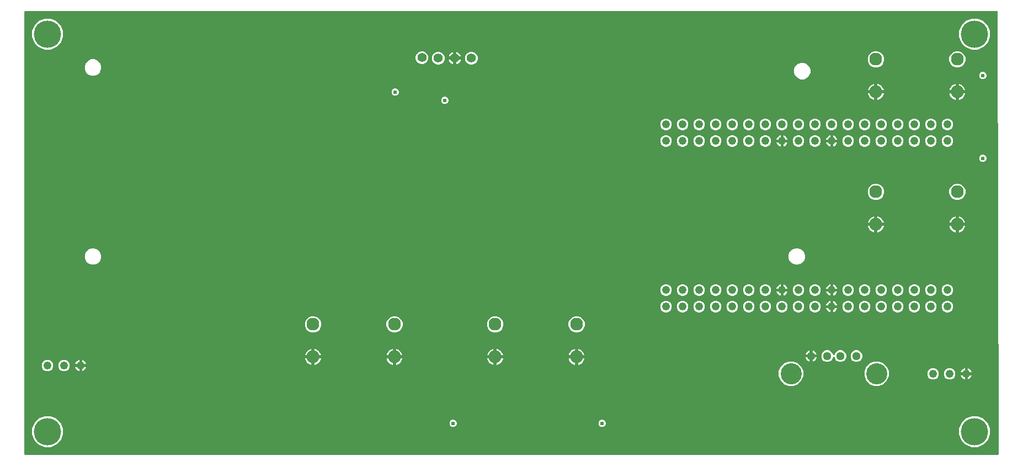
<source format=gbr>
G04 EAGLE Gerber RS-274X export*
G75*
%MOMM*%
%FSLAX34Y34*%
%LPD*%
%INCopper Layer 2*%
%IPPOS*%
%AMOC8*
5,1,8,0,0,1.08239X$1,22.5*%
G01*
%ADD10C,1.422400*%
%ADD11C,1.244600*%
%ADD12C,1.960000*%
%ADD13C,1.280163*%
%ADD14C,3.235963*%
%ADD15C,4.191000*%
%ADD16C,0.609600*%

G36*
X1496302Y2556D02*
X1496302Y2556D01*
X1496422Y2564D01*
X1496459Y2576D01*
X1496498Y2581D01*
X1496609Y2625D01*
X1496724Y2662D01*
X1496757Y2683D01*
X1496793Y2698D01*
X1496891Y2768D01*
X1496992Y2833D01*
X1497019Y2861D01*
X1497051Y2884D01*
X1497128Y2977D01*
X1497210Y3065D01*
X1497229Y3099D01*
X1497254Y3129D01*
X1497305Y3238D01*
X1497363Y3344D01*
X1497373Y3382D01*
X1497389Y3417D01*
X1497412Y3535D01*
X1497442Y3652D01*
X1497445Y3710D01*
X1497449Y3729D01*
X1497448Y3750D01*
X1497451Y3813D01*
X1496067Y681993D01*
X1496052Y682109D01*
X1496045Y682227D01*
X1496032Y682267D01*
X1496027Y682308D01*
X1495983Y682417D01*
X1495947Y682529D01*
X1495924Y682565D01*
X1495909Y682604D01*
X1495840Y682699D01*
X1495777Y682798D01*
X1495746Y682827D01*
X1495722Y682860D01*
X1495631Y682935D01*
X1495545Y683016D01*
X1495508Y683036D01*
X1495476Y683063D01*
X1495370Y683113D01*
X1495266Y683170D01*
X1495226Y683180D01*
X1495188Y683198D01*
X1495072Y683220D01*
X1494958Y683249D01*
X1494896Y683253D01*
X1494876Y683257D01*
X1494856Y683256D01*
X1494798Y683259D01*
X3810Y683259D01*
X3692Y683244D01*
X3573Y683237D01*
X3535Y683224D01*
X3494Y683219D01*
X3384Y683176D01*
X3271Y683139D01*
X3236Y683117D01*
X3199Y683102D01*
X3103Y683033D01*
X3002Y682969D01*
X2974Y682939D01*
X2941Y682916D01*
X2865Y682824D01*
X2784Y682737D01*
X2764Y682702D01*
X2739Y682671D01*
X2688Y682563D01*
X2630Y682459D01*
X2620Y682419D01*
X2603Y682383D01*
X2581Y682266D01*
X2551Y682151D01*
X2547Y682091D01*
X2543Y682071D01*
X2545Y682050D01*
X2541Y681990D01*
X2541Y3810D01*
X2556Y3692D01*
X2563Y3573D01*
X2576Y3535D01*
X2581Y3494D01*
X2624Y3384D01*
X2661Y3271D01*
X2683Y3236D01*
X2698Y3199D01*
X2767Y3103D01*
X2831Y3002D01*
X2861Y2974D01*
X2884Y2941D01*
X2976Y2865D01*
X3063Y2784D01*
X3098Y2764D01*
X3129Y2739D01*
X3237Y2688D01*
X3341Y2630D01*
X3381Y2620D01*
X3417Y2603D01*
X3534Y2581D01*
X3649Y2551D01*
X3709Y2547D01*
X3729Y2543D01*
X3750Y2545D01*
X3810Y2541D01*
X1496182Y2541D01*
X1496302Y2556D01*
G37*
%LPC*%
G36*
X1455826Y624204D02*
X1455826Y624204D01*
X1447191Y627781D01*
X1440581Y634391D01*
X1437004Y643026D01*
X1437004Y652374D01*
X1440581Y661009D01*
X1447191Y667619D01*
X1455826Y671196D01*
X1465174Y671196D01*
X1473809Y667619D01*
X1480419Y661009D01*
X1483996Y652374D01*
X1483996Y643026D01*
X1480419Y634391D01*
X1473809Y627781D01*
X1465174Y624204D01*
X1455826Y624204D01*
G37*
%LPD*%
%LPC*%
G36*
X33426Y624204D02*
X33426Y624204D01*
X24791Y627781D01*
X18181Y634391D01*
X14604Y643026D01*
X14604Y652374D01*
X18181Y661009D01*
X24791Y667619D01*
X33426Y671196D01*
X42774Y671196D01*
X51409Y667619D01*
X58019Y661009D01*
X61596Y652374D01*
X61596Y643026D01*
X58019Y634391D01*
X51409Y627781D01*
X42774Y624204D01*
X33426Y624204D01*
G37*
%LPD*%
%LPC*%
G36*
X1455826Y14604D02*
X1455826Y14604D01*
X1447191Y18181D01*
X1440581Y24791D01*
X1437004Y33426D01*
X1437004Y42774D01*
X1440581Y51409D01*
X1447191Y58019D01*
X1455826Y61596D01*
X1465174Y61596D01*
X1473809Y58019D01*
X1480419Y51409D01*
X1483996Y42774D01*
X1483996Y33426D01*
X1480419Y24791D01*
X1473809Y18181D01*
X1465174Y14604D01*
X1455826Y14604D01*
G37*
%LPD*%
%LPC*%
G36*
X33426Y14604D02*
X33426Y14604D01*
X24791Y18181D01*
X18181Y24791D01*
X14604Y33426D01*
X14604Y42774D01*
X18181Y51409D01*
X24791Y58019D01*
X33426Y61596D01*
X42774Y61596D01*
X51409Y58019D01*
X58019Y51409D01*
X61596Y42774D01*
X61596Y33426D01*
X58019Y24791D01*
X51409Y18181D01*
X42774Y14604D01*
X33426Y14604D01*
G37*
%LPD*%
%LPC*%
G36*
X1306535Y108279D02*
X1306535Y108279D01*
X1299655Y111129D01*
X1294388Y116396D01*
X1291538Y123276D01*
X1291538Y130724D01*
X1294388Y137604D01*
X1299655Y142871D01*
X1306535Y145721D01*
X1313983Y145721D01*
X1320863Y142871D01*
X1326130Y137604D01*
X1328980Y130724D01*
X1328980Y123276D01*
X1326130Y116396D01*
X1320863Y111129D01*
X1313983Y108279D01*
X1306535Y108279D01*
G37*
%LPD*%
%LPC*%
G36*
X1175217Y108279D02*
X1175217Y108279D01*
X1168337Y111129D01*
X1163070Y116396D01*
X1160220Y123276D01*
X1160220Y130724D01*
X1163070Y137604D01*
X1168337Y142871D01*
X1175217Y145721D01*
X1182665Y145721D01*
X1189545Y142871D01*
X1194812Y137604D01*
X1197662Y130724D01*
X1197662Y123276D01*
X1194812Y116396D01*
X1189545Y111129D01*
X1182665Y108279D01*
X1175217Y108279D01*
G37*
%LPD*%
%LPC*%
G36*
X1232788Y145236D02*
X1232788Y145236D01*
X1229502Y146598D01*
X1226987Y149113D01*
X1225625Y152399D01*
X1225625Y155957D01*
X1226987Y159243D01*
X1229502Y161758D01*
X1232788Y163120D01*
X1236346Y163120D01*
X1239632Y161758D01*
X1242147Y159243D01*
X1243427Y156153D01*
X1243496Y156032D01*
X1243561Y155909D01*
X1243575Y155894D01*
X1243585Y155876D01*
X1243681Y155777D01*
X1243775Y155674D01*
X1243792Y155662D01*
X1243806Y155648D01*
X1243925Y155575D01*
X1244041Y155499D01*
X1244060Y155492D01*
X1244077Y155482D01*
X1244210Y155441D01*
X1244342Y155396D01*
X1244362Y155394D01*
X1244381Y155388D01*
X1244520Y155381D01*
X1244659Y155370D01*
X1244679Y155374D01*
X1244699Y155373D01*
X1244834Y155401D01*
X1244972Y155425D01*
X1244991Y155433D01*
X1245010Y155437D01*
X1245135Y155498D01*
X1245262Y155555D01*
X1245278Y155568D01*
X1245296Y155577D01*
X1245402Y155667D01*
X1245510Y155754D01*
X1245523Y155770D01*
X1245538Y155783D01*
X1245618Y155897D01*
X1245702Y156008D01*
X1245714Y156033D01*
X1245721Y156043D01*
X1245728Y156062D01*
X1245773Y156153D01*
X1247053Y159243D01*
X1249568Y161758D01*
X1252854Y163120D01*
X1256412Y163120D01*
X1259698Y161758D01*
X1262213Y159243D01*
X1263575Y155957D01*
X1263575Y152399D01*
X1262213Y149113D01*
X1259698Y146598D01*
X1256412Y145236D01*
X1252854Y145236D01*
X1249568Y146598D01*
X1247053Y149113D01*
X1245773Y152203D01*
X1245704Y152324D01*
X1245639Y152447D01*
X1245625Y152462D01*
X1245615Y152480D01*
X1245518Y152580D01*
X1245425Y152682D01*
X1245408Y152694D01*
X1245394Y152708D01*
X1245276Y152781D01*
X1245159Y152857D01*
X1245140Y152864D01*
X1245123Y152874D01*
X1244990Y152915D01*
X1244858Y152960D01*
X1244838Y152962D01*
X1244819Y152968D01*
X1244680Y152975D01*
X1244541Y152986D01*
X1244521Y152982D01*
X1244501Y152983D01*
X1244365Y152955D01*
X1244228Y152931D01*
X1244210Y152923D01*
X1244190Y152919D01*
X1244064Y152858D01*
X1243938Y152801D01*
X1243922Y152788D01*
X1243904Y152779D01*
X1243798Y152688D01*
X1243690Y152602D01*
X1243677Y152586D01*
X1243662Y152573D01*
X1243582Y152459D01*
X1243498Y152348D01*
X1243486Y152323D01*
X1243479Y152313D01*
X1243472Y152293D01*
X1243427Y152203D01*
X1242147Y149113D01*
X1239632Y146598D01*
X1236346Y145236D01*
X1232788Y145236D01*
G37*
%LPD*%
%LPC*%
G36*
X105205Y294159D02*
X105205Y294159D01*
X100596Y296068D01*
X97068Y299596D01*
X95159Y304205D01*
X95159Y309195D01*
X97068Y313804D01*
X100596Y317332D01*
X105205Y319241D01*
X110195Y319241D01*
X114804Y317332D01*
X118332Y313804D01*
X120241Y309195D01*
X120241Y304205D01*
X118332Y299596D01*
X114804Y296068D01*
X110195Y294159D01*
X105205Y294159D01*
G37*
%LPD*%
%LPC*%
G36*
X1193645Y578459D02*
X1193645Y578459D01*
X1189036Y580368D01*
X1185508Y583896D01*
X1183599Y588505D01*
X1183599Y593495D01*
X1185508Y598104D01*
X1189036Y601632D01*
X1193645Y603541D01*
X1198635Y603541D01*
X1203244Y601632D01*
X1206772Y598104D01*
X1208681Y593495D01*
X1208681Y588505D01*
X1206772Y583896D01*
X1203244Y580368D01*
X1198635Y578459D01*
X1193645Y578459D01*
G37*
%LPD*%
%LPC*%
G36*
X1185205Y294159D02*
X1185205Y294159D01*
X1180596Y296068D01*
X1177068Y299596D01*
X1175159Y304205D01*
X1175159Y309195D01*
X1177068Y313804D01*
X1180596Y317332D01*
X1185205Y319241D01*
X1190195Y319241D01*
X1194804Y317332D01*
X1198332Y313804D01*
X1200241Y309195D01*
X1200241Y304205D01*
X1198332Y299596D01*
X1194804Y296068D01*
X1190195Y294159D01*
X1185205Y294159D01*
G37*
%LPD*%
%LPC*%
G36*
X105205Y584159D02*
X105205Y584159D01*
X100596Y586068D01*
X97068Y589596D01*
X95159Y594205D01*
X95159Y599195D01*
X97068Y603804D01*
X100596Y607332D01*
X105205Y609241D01*
X110195Y609241D01*
X114804Y607332D01*
X118332Y603804D01*
X120241Y599195D01*
X120241Y594205D01*
X118332Y589596D01*
X114804Y586068D01*
X110195Y584159D01*
X105205Y584159D01*
G37*
%LPD*%
%LPC*%
G36*
X1431645Y596859D02*
X1431645Y596859D01*
X1427110Y598738D01*
X1423638Y602210D01*
X1421759Y606745D01*
X1421759Y611655D01*
X1423638Y616190D01*
X1427110Y619662D01*
X1431645Y621541D01*
X1436555Y621541D01*
X1441090Y619662D01*
X1444562Y616190D01*
X1446441Y611655D01*
X1446441Y606745D01*
X1444562Y602210D01*
X1441090Y598738D01*
X1436555Y596859D01*
X1431645Y596859D01*
G37*
%LPD*%
%LPC*%
G36*
X1431645Y393659D02*
X1431645Y393659D01*
X1427110Y395538D01*
X1423638Y399010D01*
X1421759Y403545D01*
X1421759Y408455D01*
X1423638Y412990D01*
X1427110Y416462D01*
X1431645Y418341D01*
X1436555Y418341D01*
X1441090Y416462D01*
X1444562Y412990D01*
X1446441Y408455D01*
X1446441Y403545D01*
X1444562Y399010D01*
X1441090Y395538D01*
X1436555Y393659D01*
X1431645Y393659D01*
G37*
%LPD*%
%LPC*%
G36*
X1306645Y596859D02*
X1306645Y596859D01*
X1302110Y598738D01*
X1298638Y602210D01*
X1296759Y606745D01*
X1296759Y611655D01*
X1298638Y616190D01*
X1302110Y619662D01*
X1306645Y621541D01*
X1311555Y621541D01*
X1316090Y619662D01*
X1319562Y616190D01*
X1321441Y611655D01*
X1321441Y606745D01*
X1319562Y602210D01*
X1316090Y598738D01*
X1311555Y596859D01*
X1306645Y596859D01*
G37*
%LPD*%
%LPC*%
G36*
X1306645Y393659D02*
X1306645Y393659D01*
X1302110Y395538D01*
X1298638Y399010D01*
X1296759Y403545D01*
X1296759Y408455D01*
X1298638Y412990D01*
X1302110Y416462D01*
X1306645Y418341D01*
X1311555Y418341D01*
X1316090Y416462D01*
X1319562Y412990D01*
X1321441Y408455D01*
X1321441Y403545D01*
X1319562Y399010D01*
X1316090Y395538D01*
X1311555Y393659D01*
X1306645Y393659D01*
G37*
%LPD*%
%LPC*%
G36*
X722445Y190459D02*
X722445Y190459D01*
X717910Y192338D01*
X714438Y195810D01*
X712559Y200345D01*
X712559Y205255D01*
X714438Y209790D01*
X717910Y213262D01*
X722445Y215141D01*
X727355Y215141D01*
X731890Y213262D01*
X735362Y209790D01*
X737241Y205255D01*
X737241Y200345D01*
X735362Y195810D01*
X731890Y192338D01*
X727355Y190459D01*
X722445Y190459D01*
G37*
%LPD*%
%LPC*%
G36*
X847445Y190459D02*
X847445Y190459D01*
X842910Y192338D01*
X839438Y195810D01*
X837559Y200345D01*
X837559Y205255D01*
X839438Y209790D01*
X842910Y213262D01*
X847445Y215141D01*
X852355Y215141D01*
X856890Y213262D01*
X860362Y209790D01*
X862241Y205255D01*
X862241Y200345D01*
X860362Y195810D01*
X856890Y192338D01*
X852355Y190459D01*
X847445Y190459D01*
G37*
%LPD*%
%LPC*%
G36*
X443045Y190459D02*
X443045Y190459D01*
X438510Y192338D01*
X435038Y195810D01*
X433159Y200345D01*
X433159Y205255D01*
X435038Y209790D01*
X438510Y213262D01*
X443045Y215141D01*
X447955Y215141D01*
X452490Y213262D01*
X455962Y209790D01*
X457841Y205255D01*
X457841Y200345D01*
X455962Y195810D01*
X452490Y192338D01*
X447955Y190459D01*
X443045Y190459D01*
G37*
%LPD*%
%LPC*%
G36*
X568045Y190459D02*
X568045Y190459D01*
X563510Y192338D01*
X560038Y195810D01*
X558159Y200345D01*
X558159Y205255D01*
X560038Y209790D01*
X563510Y213262D01*
X568045Y215141D01*
X572955Y215141D01*
X577490Y213262D01*
X580962Y209790D01*
X582841Y205255D01*
X582841Y200345D01*
X580962Y195810D01*
X577490Y192338D01*
X572955Y190459D01*
X568045Y190459D01*
G37*
%LPD*%
%LPC*%
G36*
X686420Y601347D02*
X686420Y601347D01*
X682872Y602817D01*
X680157Y605532D01*
X678687Y609080D01*
X678687Y612920D01*
X680157Y616468D01*
X682872Y619183D01*
X686420Y620653D01*
X690260Y620653D01*
X693808Y619183D01*
X696523Y616468D01*
X697993Y612920D01*
X697993Y609080D01*
X696523Y605532D01*
X693808Y602817D01*
X690260Y601347D01*
X686420Y601347D01*
G37*
%LPD*%
%LPC*%
G36*
X610780Y602047D02*
X610780Y602047D01*
X607232Y603517D01*
X604517Y606232D01*
X603047Y609780D01*
X603047Y613620D01*
X604517Y617168D01*
X607232Y619883D01*
X610780Y621353D01*
X614620Y621353D01*
X618168Y619883D01*
X620883Y617168D01*
X622353Y613620D01*
X622353Y609780D01*
X620883Y606232D01*
X618168Y603517D01*
X614620Y602047D01*
X610780Y602047D01*
G37*
%LPD*%
%LPC*%
G36*
X635620Y601347D02*
X635620Y601347D01*
X632072Y602817D01*
X629357Y605532D01*
X627887Y609080D01*
X627887Y612920D01*
X629357Y616468D01*
X632072Y619183D01*
X635620Y620653D01*
X639460Y620653D01*
X643008Y619183D01*
X645723Y616468D01*
X647193Y612920D01*
X647193Y609080D01*
X645723Y605532D01*
X643008Y602817D01*
X639460Y601347D01*
X635620Y601347D01*
G37*
%LPD*%
%LPC*%
G36*
X1277746Y145236D02*
X1277746Y145236D01*
X1274460Y146598D01*
X1271945Y149113D01*
X1270583Y152399D01*
X1270583Y155957D01*
X1271945Y159243D01*
X1274460Y161758D01*
X1277746Y163120D01*
X1281304Y163120D01*
X1284590Y161758D01*
X1287105Y159243D01*
X1288467Y155957D01*
X1288467Y152399D01*
X1287105Y149113D01*
X1284590Y146598D01*
X1281304Y145236D01*
X1277746Y145236D01*
G37*
%LPD*%
%LPC*%
G36*
X1366457Y246536D02*
X1366457Y246536D01*
X1363236Y247870D01*
X1360770Y250336D01*
X1359436Y253557D01*
X1359436Y257043D01*
X1360770Y260264D01*
X1363236Y262730D01*
X1366457Y264064D01*
X1369943Y264064D01*
X1373164Y262730D01*
X1375630Y260264D01*
X1376964Y257043D01*
X1376964Y253557D01*
X1375630Y250336D01*
X1373164Y247870D01*
X1369943Y246536D01*
X1366457Y246536D01*
G37*
%LPD*%
%LPC*%
G36*
X1417257Y221136D02*
X1417257Y221136D01*
X1414036Y222470D01*
X1411570Y224936D01*
X1410236Y228157D01*
X1410236Y231643D01*
X1411570Y234864D01*
X1414036Y237330D01*
X1417257Y238664D01*
X1420743Y238664D01*
X1423964Y237330D01*
X1426430Y234864D01*
X1427764Y231643D01*
X1427764Y228157D01*
X1426430Y224936D01*
X1423964Y222470D01*
X1420743Y221136D01*
X1417257Y221136D01*
G37*
%LPD*%
%LPC*%
G36*
X1391857Y221136D02*
X1391857Y221136D01*
X1388636Y222470D01*
X1386170Y224936D01*
X1384836Y228157D01*
X1384836Y231643D01*
X1386170Y234864D01*
X1388636Y237330D01*
X1391857Y238664D01*
X1395343Y238664D01*
X1398564Y237330D01*
X1401030Y234864D01*
X1402364Y231643D01*
X1402364Y228157D01*
X1401030Y224936D01*
X1398564Y222470D01*
X1395343Y221136D01*
X1391857Y221136D01*
G37*
%LPD*%
%LPC*%
G36*
X1366457Y221136D02*
X1366457Y221136D01*
X1363236Y222470D01*
X1360770Y224936D01*
X1359436Y228157D01*
X1359436Y231643D01*
X1360770Y234864D01*
X1363236Y237330D01*
X1366457Y238664D01*
X1369943Y238664D01*
X1373164Y237330D01*
X1375630Y234864D01*
X1376964Y231643D01*
X1376964Y228157D01*
X1375630Y224936D01*
X1373164Y222470D01*
X1369943Y221136D01*
X1366457Y221136D01*
G37*
%LPD*%
%LPC*%
G36*
X1112457Y500536D02*
X1112457Y500536D01*
X1109236Y501870D01*
X1106770Y504336D01*
X1105436Y507557D01*
X1105436Y511043D01*
X1106770Y514264D01*
X1109236Y516730D01*
X1112457Y518064D01*
X1115943Y518064D01*
X1119164Y516730D01*
X1121630Y514264D01*
X1122964Y511043D01*
X1122964Y507557D01*
X1121630Y504336D01*
X1119164Y501870D01*
X1115943Y500536D01*
X1112457Y500536D01*
G37*
%LPD*%
%LPC*%
G36*
X1087057Y500536D02*
X1087057Y500536D01*
X1083836Y501870D01*
X1081370Y504336D01*
X1080036Y507557D01*
X1080036Y511043D01*
X1081370Y514264D01*
X1083836Y516730D01*
X1087057Y518064D01*
X1090543Y518064D01*
X1093764Y516730D01*
X1096230Y514264D01*
X1097564Y511043D01*
X1097564Y507557D01*
X1096230Y504336D01*
X1093764Y501870D01*
X1090543Y500536D01*
X1087057Y500536D01*
G37*
%LPD*%
%LPC*%
G36*
X1417257Y500536D02*
X1417257Y500536D01*
X1414036Y501870D01*
X1411570Y504336D01*
X1410236Y507557D01*
X1410236Y511043D01*
X1411570Y514264D01*
X1414036Y516730D01*
X1417257Y518064D01*
X1420743Y518064D01*
X1423964Y516730D01*
X1426430Y514264D01*
X1427764Y511043D01*
X1427764Y507557D01*
X1426430Y504336D01*
X1423964Y501870D01*
X1420743Y500536D01*
X1417257Y500536D01*
G37*
%LPD*%
%LPC*%
G36*
X1391857Y500536D02*
X1391857Y500536D01*
X1388636Y501870D01*
X1386170Y504336D01*
X1384836Y507557D01*
X1384836Y511043D01*
X1386170Y514264D01*
X1388636Y516730D01*
X1391857Y518064D01*
X1395343Y518064D01*
X1398564Y516730D01*
X1401030Y514264D01*
X1402364Y511043D01*
X1402364Y507557D01*
X1401030Y504336D01*
X1398564Y501870D01*
X1395343Y500536D01*
X1391857Y500536D01*
G37*
%LPD*%
%LPC*%
G36*
X1366457Y500536D02*
X1366457Y500536D01*
X1363236Y501870D01*
X1360770Y504336D01*
X1359436Y507557D01*
X1359436Y511043D01*
X1360770Y514264D01*
X1363236Y516730D01*
X1366457Y518064D01*
X1369943Y518064D01*
X1373164Y516730D01*
X1375630Y514264D01*
X1376964Y511043D01*
X1376964Y507557D01*
X1375630Y504336D01*
X1373164Y501870D01*
X1369943Y500536D01*
X1366457Y500536D01*
G37*
%LPD*%
%LPC*%
G36*
X1341057Y500536D02*
X1341057Y500536D01*
X1337836Y501870D01*
X1335370Y504336D01*
X1334036Y507557D01*
X1334036Y511043D01*
X1335370Y514264D01*
X1337836Y516730D01*
X1341057Y518064D01*
X1344543Y518064D01*
X1347764Y516730D01*
X1350230Y514264D01*
X1351564Y511043D01*
X1351564Y507557D01*
X1350230Y504336D01*
X1347764Y501870D01*
X1344543Y500536D01*
X1341057Y500536D01*
G37*
%LPD*%
%LPC*%
G36*
X1315657Y500536D02*
X1315657Y500536D01*
X1312436Y501870D01*
X1309970Y504336D01*
X1308636Y507557D01*
X1308636Y511043D01*
X1309970Y514264D01*
X1312436Y516730D01*
X1315657Y518064D01*
X1319143Y518064D01*
X1322364Y516730D01*
X1324830Y514264D01*
X1326164Y511043D01*
X1326164Y507557D01*
X1324830Y504336D01*
X1322364Y501870D01*
X1319143Y500536D01*
X1315657Y500536D01*
G37*
%LPD*%
%LPC*%
G36*
X1290257Y500536D02*
X1290257Y500536D01*
X1287036Y501870D01*
X1284570Y504336D01*
X1283236Y507557D01*
X1283236Y511043D01*
X1284570Y514264D01*
X1287036Y516730D01*
X1290257Y518064D01*
X1293743Y518064D01*
X1296964Y516730D01*
X1299430Y514264D01*
X1300764Y511043D01*
X1300764Y507557D01*
X1299430Y504336D01*
X1296964Y501870D01*
X1293743Y500536D01*
X1290257Y500536D01*
G37*
%LPD*%
%LPC*%
G36*
X1264857Y500536D02*
X1264857Y500536D01*
X1261636Y501870D01*
X1259170Y504336D01*
X1257836Y507557D01*
X1257836Y511043D01*
X1259170Y514264D01*
X1261636Y516730D01*
X1264857Y518064D01*
X1268343Y518064D01*
X1271564Y516730D01*
X1274030Y514264D01*
X1275364Y511043D01*
X1275364Y507557D01*
X1274030Y504336D01*
X1271564Y501870D01*
X1268343Y500536D01*
X1264857Y500536D01*
G37*
%LPD*%
%LPC*%
G36*
X1239457Y500536D02*
X1239457Y500536D01*
X1236236Y501870D01*
X1233770Y504336D01*
X1232436Y507557D01*
X1232436Y511043D01*
X1233770Y514264D01*
X1236236Y516730D01*
X1239457Y518064D01*
X1242943Y518064D01*
X1246164Y516730D01*
X1248630Y514264D01*
X1249964Y511043D01*
X1249964Y507557D01*
X1248630Y504336D01*
X1246164Y501870D01*
X1242943Y500536D01*
X1239457Y500536D01*
G37*
%LPD*%
%LPC*%
G36*
X1214057Y500536D02*
X1214057Y500536D01*
X1210836Y501870D01*
X1208370Y504336D01*
X1207036Y507557D01*
X1207036Y511043D01*
X1208370Y514264D01*
X1210836Y516730D01*
X1214057Y518064D01*
X1217543Y518064D01*
X1220764Y516730D01*
X1223230Y514264D01*
X1224564Y511043D01*
X1224564Y507557D01*
X1223230Y504336D01*
X1220764Y501870D01*
X1217543Y500536D01*
X1214057Y500536D01*
G37*
%LPD*%
%LPC*%
G36*
X1188657Y500536D02*
X1188657Y500536D01*
X1185436Y501870D01*
X1182970Y504336D01*
X1181636Y507557D01*
X1181636Y511043D01*
X1182970Y514264D01*
X1185436Y516730D01*
X1188657Y518064D01*
X1192143Y518064D01*
X1195364Y516730D01*
X1197830Y514264D01*
X1199164Y511043D01*
X1199164Y507557D01*
X1197830Y504336D01*
X1195364Y501870D01*
X1192143Y500536D01*
X1188657Y500536D01*
G37*
%LPD*%
%LPC*%
G36*
X1163257Y500536D02*
X1163257Y500536D01*
X1160036Y501870D01*
X1157570Y504336D01*
X1156236Y507557D01*
X1156236Y511043D01*
X1157570Y514264D01*
X1160036Y516730D01*
X1163257Y518064D01*
X1166743Y518064D01*
X1169964Y516730D01*
X1172430Y514264D01*
X1173764Y511043D01*
X1173764Y507557D01*
X1172430Y504336D01*
X1169964Y501870D01*
X1166743Y500536D01*
X1163257Y500536D01*
G37*
%LPD*%
%LPC*%
G36*
X1137857Y500536D02*
X1137857Y500536D01*
X1134636Y501870D01*
X1132170Y504336D01*
X1130836Y507557D01*
X1130836Y511043D01*
X1132170Y514264D01*
X1134636Y516730D01*
X1137857Y518064D01*
X1141343Y518064D01*
X1144564Y516730D01*
X1147030Y514264D01*
X1148364Y511043D01*
X1148364Y507557D01*
X1147030Y504336D01*
X1144564Y501870D01*
X1141343Y500536D01*
X1137857Y500536D01*
G37*
%LPD*%
%LPC*%
G36*
X1010857Y500536D02*
X1010857Y500536D01*
X1007636Y501870D01*
X1005170Y504336D01*
X1003836Y507557D01*
X1003836Y511043D01*
X1005170Y514264D01*
X1007636Y516730D01*
X1010857Y518064D01*
X1014343Y518064D01*
X1017564Y516730D01*
X1020030Y514264D01*
X1021364Y511043D01*
X1021364Y507557D01*
X1020030Y504336D01*
X1017564Y501870D01*
X1014343Y500536D01*
X1010857Y500536D01*
G37*
%LPD*%
%LPC*%
G36*
X985457Y500536D02*
X985457Y500536D01*
X982236Y501870D01*
X979770Y504336D01*
X978436Y507557D01*
X978436Y511043D01*
X979770Y514264D01*
X982236Y516730D01*
X985457Y518064D01*
X988943Y518064D01*
X992164Y516730D01*
X994630Y514264D01*
X995964Y511043D01*
X995964Y507557D01*
X994630Y504336D01*
X992164Y501870D01*
X988943Y500536D01*
X985457Y500536D01*
G37*
%LPD*%
%LPC*%
G36*
X1061657Y500536D02*
X1061657Y500536D01*
X1058436Y501870D01*
X1055970Y504336D01*
X1054636Y507557D01*
X1054636Y511043D01*
X1055970Y514264D01*
X1058436Y516730D01*
X1061657Y518064D01*
X1065143Y518064D01*
X1068364Y516730D01*
X1070830Y514264D01*
X1072164Y511043D01*
X1072164Y507557D01*
X1070830Y504336D01*
X1068364Y501870D01*
X1065143Y500536D01*
X1061657Y500536D01*
G37*
%LPD*%
%LPC*%
G36*
X1036257Y500536D02*
X1036257Y500536D01*
X1033036Y501870D01*
X1030570Y504336D01*
X1029236Y507557D01*
X1029236Y511043D01*
X1030570Y514264D01*
X1033036Y516730D01*
X1036257Y518064D01*
X1039743Y518064D01*
X1042964Y516730D01*
X1045430Y514264D01*
X1046764Y511043D01*
X1046764Y507557D01*
X1045430Y504336D01*
X1042964Y501870D01*
X1039743Y500536D01*
X1036257Y500536D01*
G37*
%LPD*%
%LPC*%
G36*
X1137857Y475136D02*
X1137857Y475136D01*
X1134636Y476470D01*
X1132170Y478936D01*
X1130836Y482157D01*
X1130836Y485643D01*
X1132170Y488864D01*
X1134636Y491330D01*
X1137857Y492664D01*
X1141343Y492664D01*
X1144564Y491330D01*
X1147030Y488864D01*
X1148364Y485643D01*
X1148364Y482157D01*
X1147030Y478936D01*
X1144564Y476470D01*
X1141343Y475136D01*
X1137857Y475136D01*
G37*
%LPD*%
%LPC*%
G36*
X1112457Y475136D02*
X1112457Y475136D01*
X1109236Y476470D01*
X1106770Y478936D01*
X1105436Y482157D01*
X1105436Y485643D01*
X1106770Y488864D01*
X1109236Y491330D01*
X1112457Y492664D01*
X1115943Y492664D01*
X1119164Y491330D01*
X1121630Y488864D01*
X1122964Y485643D01*
X1122964Y482157D01*
X1121630Y478936D01*
X1119164Y476470D01*
X1115943Y475136D01*
X1112457Y475136D01*
G37*
%LPD*%
%LPC*%
G36*
X1417257Y475136D02*
X1417257Y475136D01*
X1414036Y476470D01*
X1411570Y478936D01*
X1410236Y482157D01*
X1410236Y485643D01*
X1411570Y488864D01*
X1414036Y491330D01*
X1417257Y492664D01*
X1420743Y492664D01*
X1423964Y491330D01*
X1426430Y488864D01*
X1427764Y485643D01*
X1427764Y482157D01*
X1426430Y478936D01*
X1423964Y476470D01*
X1420743Y475136D01*
X1417257Y475136D01*
G37*
%LPD*%
%LPC*%
G36*
X1391857Y475136D02*
X1391857Y475136D01*
X1388636Y476470D01*
X1386170Y478936D01*
X1384836Y482157D01*
X1384836Y485643D01*
X1386170Y488864D01*
X1388636Y491330D01*
X1391857Y492664D01*
X1395343Y492664D01*
X1398564Y491330D01*
X1401030Y488864D01*
X1402364Y485643D01*
X1402364Y482157D01*
X1401030Y478936D01*
X1398564Y476470D01*
X1395343Y475136D01*
X1391857Y475136D01*
G37*
%LPD*%
%LPC*%
G36*
X1366457Y475136D02*
X1366457Y475136D01*
X1363236Y476470D01*
X1360770Y478936D01*
X1359436Y482157D01*
X1359436Y485643D01*
X1360770Y488864D01*
X1363236Y491330D01*
X1366457Y492664D01*
X1369943Y492664D01*
X1373164Y491330D01*
X1375630Y488864D01*
X1376964Y485643D01*
X1376964Y482157D01*
X1375630Y478936D01*
X1373164Y476470D01*
X1369943Y475136D01*
X1366457Y475136D01*
G37*
%LPD*%
%LPC*%
G36*
X1341057Y475136D02*
X1341057Y475136D01*
X1337836Y476470D01*
X1335370Y478936D01*
X1334036Y482157D01*
X1334036Y485643D01*
X1335370Y488864D01*
X1337836Y491330D01*
X1341057Y492664D01*
X1344543Y492664D01*
X1347764Y491330D01*
X1350230Y488864D01*
X1351564Y485643D01*
X1351564Y482157D01*
X1350230Y478936D01*
X1347764Y476470D01*
X1344543Y475136D01*
X1341057Y475136D01*
G37*
%LPD*%
%LPC*%
G36*
X1315657Y475136D02*
X1315657Y475136D01*
X1312436Y476470D01*
X1309970Y478936D01*
X1308636Y482157D01*
X1308636Y485643D01*
X1309970Y488864D01*
X1312436Y491330D01*
X1315657Y492664D01*
X1319143Y492664D01*
X1322364Y491330D01*
X1324830Y488864D01*
X1326164Y485643D01*
X1326164Y482157D01*
X1324830Y478936D01*
X1322364Y476470D01*
X1319143Y475136D01*
X1315657Y475136D01*
G37*
%LPD*%
%LPC*%
G36*
X1290257Y475136D02*
X1290257Y475136D01*
X1287036Y476470D01*
X1284570Y478936D01*
X1283236Y482157D01*
X1283236Y485643D01*
X1284570Y488864D01*
X1287036Y491330D01*
X1290257Y492664D01*
X1293743Y492664D01*
X1296964Y491330D01*
X1299430Y488864D01*
X1300764Y485643D01*
X1300764Y482157D01*
X1299430Y478936D01*
X1296964Y476470D01*
X1293743Y475136D01*
X1290257Y475136D01*
G37*
%LPD*%
%LPC*%
G36*
X1264857Y475136D02*
X1264857Y475136D01*
X1261636Y476470D01*
X1259170Y478936D01*
X1257836Y482157D01*
X1257836Y485643D01*
X1259170Y488864D01*
X1261636Y491330D01*
X1264857Y492664D01*
X1268343Y492664D01*
X1271564Y491330D01*
X1274030Y488864D01*
X1275364Y485643D01*
X1275364Y482157D01*
X1274030Y478936D01*
X1271564Y476470D01*
X1268343Y475136D01*
X1264857Y475136D01*
G37*
%LPD*%
%LPC*%
G36*
X1214057Y475136D02*
X1214057Y475136D01*
X1210836Y476470D01*
X1208370Y478936D01*
X1207036Y482157D01*
X1207036Y485643D01*
X1208370Y488864D01*
X1210836Y491330D01*
X1214057Y492664D01*
X1217543Y492664D01*
X1220764Y491330D01*
X1223230Y488864D01*
X1224564Y485643D01*
X1224564Y482157D01*
X1223230Y478936D01*
X1220764Y476470D01*
X1217543Y475136D01*
X1214057Y475136D01*
G37*
%LPD*%
%LPC*%
G36*
X1188657Y475136D02*
X1188657Y475136D01*
X1185436Y476470D01*
X1182970Y478936D01*
X1181636Y482157D01*
X1181636Y485643D01*
X1182970Y488864D01*
X1185436Y491330D01*
X1188657Y492664D01*
X1192143Y492664D01*
X1195364Y491330D01*
X1197830Y488864D01*
X1199164Y485643D01*
X1199164Y482157D01*
X1197830Y478936D01*
X1195364Y476470D01*
X1192143Y475136D01*
X1188657Y475136D01*
G37*
%LPD*%
%LPC*%
G36*
X1010857Y475136D02*
X1010857Y475136D01*
X1007636Y476470D01*
X1005170Y478936D01*
X1003836Y482157D01*
X1003836Y485643D01*
X1005170Y488864D01*
X1007636Y491330D01*
X1010857Y492664D01*
X1014343Y492664D01*
X1017564Y491330D01*
X1020030Y488864D01*
X1021364Y485643D01*
X1021364Y482157D01*
X1020030Y478936D01*
X1017564Y476470D01*
X1014343Y475136D01*
X1010857Y475136D01*
G37*
%LPD*%
%LPC*%
G36*
X985457Y475136D02*
X985457Y475136D01*
X982236Y476470D01*
X979770Y478936D01*
X978436Y482157D01*
X978436Y485643D01*
X979770Y488864D01*
X982236Y491330D01*
X985457Y492664D01*
X988943Y492664D01*
X992164Y491330D01*
X994630Y488864D01*
X995964Y485643D01*
X995964Y482157D01*
X994630Y478936D01*
X992164Y476470D01*
X988943Y475136D01*
X985457Y475136D01*
G37*
%LPD*%
%LPC*%
G36*
X1087057Y475136D02*
X1087057Y475136D01*
X1083836Y476470D01*
X1081370Y478936D01*
X1080036Y482157D01*
X1080036Y485643D01*
X1081370Y488864D01*
X1083836Y491330D01*
X1087057Y492664D01*
X1090543Y492664D01*
X1093764Y491330D01*
X1096230Y488864D01*
X1097564Y485643D01*
X1097564Y482157D01*
X1096230Y478936D01*
X1093764Y476470D01*
X1090543Y475136D01*
X1087057Y475136D01*
G37*
%LPD*%
%LPC*%
G36*
X1061657Y475136D02*
X1061657Y475136D01*
X1058436Y476470D01*
X1055970Y478936D01*
X1054636Y482157D01*
X1054636Y485643D01*
X1055970Y488864D01*
X1058436Y491330D01*
X1061657Y492664D01*
X1065143Y492664D01*
X1068364Y491330D01*
X1070830Y488864D01*
X1072164Y485643D01*
X1072164Y482157D01*
X1070830Y478936D01*
X1068364Y476470D01*
X1065143Y475136D01*
X1061657Y475136D01*
G37*
%LPD*%
%LPC*%
G36*
X1036257Y475136D02*
X1036257Y475136D01*
X1033036Y476470D01*
X1030570Y478936D01*
X1029236Y482157D01*
X1029236Y485643D01*
X1030570Y488864D01*
X1033036Y491330D01*
X1036257Y492664D01*
X1039743Y492664D01*
X1042964Y491330D01*
X1045430Y488864D01*
X1046764Y485643D01*
X1046764Y482157D01*
X1045430Y478936D01*
X1042964Y476470D01*
X1039743Y475136D01*
X1036257Y475136D01*
G37*
%LPD*%
%LPC*%
G36*
X1395257Y118236D02*
X1395257Y118236D01*
X1392036Y119570D01*
X1389570Y122036D01*
X1388236Y125257D01*
X1388236Y128743D01*
X1389570Y131964D01*
X1392036Y134430D01*
X1395257Y135764D01*
X1398743Y135764D01*
X1401964Y134430D01*
X1404430Y131964D01*
X1405764Y128743D01*
X1405764Y125257D01*
X1404430Y122036D01*
X1401964Y119570D01*
X1398743Y118236D01*
X1395257Y118236D01*
G37*
%LPD*%
%LPC*%
G36*
X1420657Y118236D02*
X1420657Y118236D01*
X1417436Y119570D01*
X1414970Y122036D01*
X1413636Y125257D01*
X1413636Y128743D01*
X1414970Y131964D01*
X1417436Y134430D01*
X1420657Y135764D01*
X1424143Y135764D01*
X1427364Y134430D01*
X1429830Y131964D01*
X1431164Y128743D01*
X1431164Y125257D01*
X1429830Y122036D01*
X1427364Y119570D01*
X1424143Y118236D01*
X1420657Y118236D01*
G37*
%LPD*%
%LPC*%
G36*
X36357Y130936D02*
X36357Y130936D01*
X33136Y132270D01*
X30670Y134736D01*
X29336Y137957D01*
X29336Y141443D01*
X30670Y144664D01*
X33136Y147130D01*
X36357Y148464D01*
X39843Y148464D01*
X43064Y147130D01*
X45530Y144664D01*
X46864Y141443D01*
X46864Y137957D01*
X45530Y134736D01*
X43064Y132270D01*
X39843Y130936D01*
X36357Y130936D01*
G37*
%LPD*%
%LPC*%
G36*
X61757Y130936D02*
X61757Y130936D01*
X58536Y132270D01*
X56070Y134736D01*
X54736Y137957D01*
X54736Y141443D01*
X56070Y144664D01*
X58536Y147130D01*
X61757Y148464D01*
X65243Y148464D01*
X68464Y147130D01*
X70930Y144664D01*
X72264Y141443D01*
X72264Y137957D01*
X70930Y134736D01*
X68464Y132270D01*
X65243Y130936D01*
X61757Y130936D01*
G37*
%LPD*%
%LPC*%
G36*
X1341057Y221136D02*
X1341057Y221136D01*
X1337836Y222470D01*
X1335370Y224936D01*
X1334036Y228157D01*
X1334036Y231643D01*
X1335370Y234864D01*
X1337836Y237330D01*
X1341057Y238664D01*
X1344543Y238664D01*
X1347764Y237330D01*
X1350230Y234864D01*
X1351564Y231643D01*
X1351564Y228157D01*
X1350230Y224936D01*
X1347764Y222470D01*
X1344543Y221136D01*
X1341057Y221136D01*
G37*
%LPD*%
%LPC*%
G36*
X1315657Y221136D02*
X1315657Y221136D01*
X1312436Y222470D01*
X1309970Y224936D01*
X1308636Y228157D01*
X1308636Y231643D01*
X1309970Y234864D01*
X1312436Y237330D01*
X1315657Y238664D01*
X1319143Y238664D01*
X1322364Y237330D01*
X1324830Y234864D01*
X1326164Y231643D01*
X1326164Y228157D01*
X1324830Y224936D01*
X1322364Y222470D01*
X1319143Y221136D01*
X1315657Y221136D01*
G37*
%LPD*%
%LPC*%
G36*
X1290257Y221136D02*
X1290257Y221136D01*
X1287036Y222470D01*
X1284570Y224936D01*
X1283236Y228157D01*
X1283236Y231643D01*
X1284570Y234864D01*
X1287036Y237330D01*
X1290257Y238664D01*
X1293743Y238664D01*
X1296964Y237330D01*
X1299430Y234864D01*
X1300764Y231643D01*
X1300764Y228157D01*
X1299430Y224936D01*
X1296964Y222470D01*
X1293743Y221136D01*
X1290257Y221136D01*
G37*
%LPD*%
%LPC*%
G36*
X1264857Y221136D02*
X1264857Y221136D01*
X1261636Y222470D01*
X1259170Y224936D01*
X1257836Y228157D01*
X1257836Y231643D01*
X1259170Y234864D01*
X1261636Y237330D01*
X1264857Y238664D01*
X1268343Y238664D01*
X1271564Y237330D01*
X1274030Y234864D01*
X1275364Y231643D01*
X1275364Y228157D01*
X1274030Y224936D01*
X1271564Y222470D01*
X1268343Y221136D01*
X1264857Y221136D01*
G37*
%LPD*%
%LPC*%
G36*
X1214057Y221136D02*
X1214057Y221136D01*
X1210836Y222470D01*
X1208370Y224936D01*
X1207036Y228157D01*
X1207036Y231643D01*
X1208370Y234864D01*
X1210836Y237330D01*
X1214057Y238664D01*
X1217543Y238664D01*
X1220764Y237330D01*
X1223230Y234864D01*
X1224564Y231643D01*
X1224564Y228157D01*
X1223230Y224936D01*
X1220764Y222470D01*
X1217543Y221136D01*
X1214057Y221136D01*
G37*
%LPD*%
%LPC*%
G36*
X985457Y246536D02*
X985457Y246536D01*
X982236Y247870D01*
X979770Y250336D01*
X978436Y253557D01*
X978436Y257043D01*
X979770Y260264D01*
X982236Y262730D01*
X985457Y264064D01*
X988943Y264064D01*
X992164Y262730D01*
X994630Y260264D01*
X995964Y257043D01*
X995964Y253557D01*
X994630Y250336D01*
X992164Y247870D01*
X988943Y246536D01*
X985457Y246536D01*
G37*
%LPD*%
%LPC*%
G36*
X1010857Y246536D02*
X1010857Y246536D01*
X1007636Y247870D01*
X1005170Y250336D01*
X1003836Y253557D01*
X1003836Y257043D01*
X1005170Y260264D01*
X1007636Y262730D01*
X1010857Y264064D01*
X1014343Y264064D01*
X1017564Y262730D01*
X1020030Y260264D01*
X1021364Y257043D01*
X1021364Y253557D01*
X1020030Y250336D01*
X1017564Y247870D01*
X1014343Y246536D01*
X1010857Y246536D01*
G37*
%LPD*%
%LPC*%
G36*
X1036257Y246536D02*
X1036257Y246536D01*
X1033036Y247870D01*
X1030570Y250336D01*
X1029236Y253557D01*
X1029236Y257043D01*
X1030570Y260264D01*
X1033036Y262730D01*
X1036257Y264064D01*
X1039743Y264064D01*
X1042964Y262730D01*
X1045430Y260264D01*
X1046764Y257043D01*
X1046764Y253557D01*
X1045430Y250336D01*
X1042964Y247870D01*
X1039743Y246536D01*
X1036257Y246536D01*
G37*
%LPD*%
%LPC*%
G36*
X1061657Y246536D02*
X1061657Y246536D01*
X1058436Y247870D01*
X1055970Y250336D01*
X1054636Y253557D01*
X1054636Y257043D01*
X1055970Y260264D01*
X1058436Y262730D01*
X1061657Y264064D01*
X1065143Y264064D01*
X1068364Y262730D01*
X1070830Y260264D01*
X1072164Y257043D01*
X1072164Y253557D01*
X1070830Y250336D01*
X1068364Y247870D01*
X1065143Y246536D01*
X1061657Y246536D01*
G37*
%LPD*%
%LPC*%
G36*
X985457Y221136D02*
X985457Y221136D01*
X982236Y222470D01*
X979770Y224936D01*
X978436Y228157D01*
X978436Y231643D01*
X979770Y234864D01*
X982236Y237330D01*
X985457Y238664D01*
X988943Y238664D01*
X992164Y237330D01*
X994630Y234864D01*
X995964Y231643D01*
X995964Y228157D01*
X994630Y224936D01*
X992164Y222470D01*
X988943Y221136D01*
X985457Y221136D01*
G37*
%LPD*%
%LPC*%
G36*
X1087057Y246536D02*
X1087057Y246536D01*
X1083836Y247870D01*
X1081370Y250336D01*
X1080036Y253557D01*
X1080036Y257043D01*
X1081370Y260264D01*
X1083836Y262730D01*
X1087057Y264064D01*
X1090543Y264064D01*
X1093764Y262730D01*
X1096230Y260264D01*
X1097564Y257043D01*
X1097564Y253557D01*
X1096230Y250336D01*
X1093764Y247870D01*
X1090543Y246536D01*
X1087057Y246536D01*
G37*
%LPD*%
%LPC*%
G36*
X1010857Y221136D02*
X1010857Y221136D01*
X1007636Y222470D01*
X1005170Y224936D01*
X1003836Y228157D01*
X1003836Y231643D01*
X1005170Y234864D01*
X1007636Y237330D01*
X1010857Y238664D01*
X1014343Y238664D01*
X1017564Y237330D01*
X1020030Y234864D01*
X1021364Y231643D01*
X1021364Y228157D01*
X1020030Y224936D01*
X1017564Y222470D01*
X1014343Y221136D01*
X1010857Y221136D01*
G37*
%LPD*%
%LPC*%
G36*
X1036257Y221136D02*
X1036257Y221136D01*
X1033036Y222470D01*
X1030570Y224936D01*
X1029236Y228157D01*
X1029236Y231643D01*
X1030570Y234864D01*
X1033036Y237330D01*
X1036257Y238664D01*
X1039743Y238664D01*
X1042964Y237330D01*
X1045430Y234864D01*
X1046764Y231643D01*
X1046764Y228157D01*
X1045430Y224936D01*
X1042964Y222470D01*
X1039743Y221136D01*
X1036257Y221136D01*
G37*
%LPD*%
%LPC*%
G36*
X1061657Y221136D02*
X1061657Y221136D01*
X1058436Y222470D01*
X1055970Y224936D01*
X1054636Y228157D01*
X1054636Y231643D01*
X1055970Y234864D01*
X1058436Y237330D01*
X1061657Y238664D01*
X1065143Y238664D01*
X1068364Y237330D01*
X1070830Y234864D01*
X1072164Y231643D01*
X1072164Y228157D01*
X1070830Y224936D01*
X1068364Y222470D01*
X1065143Y221136D01*
X1061657Y221136D01*
G37*
%LPD*%
%LPC*%
G36*
X1087057Y221136D02*
X1087057Y221136D01*
X1083836Y222470D01*
X1081370Y224936D01*
X1080036Y228157D01*
X1080036Y231643D01*
X1081370Y234864D01*
X1083836Y237330D01*
X1087057Y238664D01*
X1090543Y238664D01*
X1093764Y237330D01*
X1096230Y234864D01*
X1097564Y231643D01*
X1097564Y228157D01*
X1096230Y224936D01*
X1093764Y222470D01*
X1090543Y221136D01*
X1087057Y221136D01*
G37*
%LPD*%
%LPC*%
G36*
X1112457Y221136D02*
X1112457Y221136D01*
X1109236Y222470D01*
X1106770Y224936D01*
X1105436Y228157D01*
X1105436Y231643D01*
X1106770Y234864D01*
X1109236Y237330D01*
X1112457Y238664D01*
X1115943Y238664D01*
X1119164Y237330D01*
X1121630Y234864D01*
X1122964Y231643D01*
X1122964Y228157D01*
X1121630Y224936D01*
X1119164Y222470D01*
X1115943Y221136D01*
X1112457Y221136D01*
G37*
%LPD*%
%LPC*%
G36*
X1137857Y221136D02*
X1137857Y221136D01*
X1134636Y222470D01*
X1132170Y224936D01*
X1130836Y228157D01*
X1130836Y231643D01*
X1132170Y234864D01*
X1134636Y237330D01*
X1137857Y238664D01*
X1141343Y238664D01*
X1144564Y237330D01*
X1147030Y234864D01*
X1148364Y231643D01*
X1148364Y228157D01*
X1147030Y224936D01*
X1144564Y222470D01*
X1141343Y221136D01*
X1137857Y221136D01*
G37*
%LPD*%
%LPC*%
G36*
X1163257Y221136D02*
X1163257Y221136D01*
X1160036Y222470D01*
X1157570Y224936D01*
X1156236Y228157D01*
X1156236Y231643D01*
X1157570Y234864D01*
X1160036Y237330D01*
X1163257Y238664D01*
X1166743Y238664D01*
X1169964Y237330D01*
X1172430Y234864D01*
X1173764Y231643D01*
X1173764Y228157D01*
X1172430Y224936D01*
X1169964Y222470D01*
X1166743Y221136D01*
X1163257Y221136D01*
G37*
%LPD*%
%LPC*%
G36*
X1112457Y246536D02*
X1112457Y246536D01*
X1109236Y247870D01*
X1106770Y250336D01*
X1105436Y253557D01*
X1105436Y257043D01*
X1106770Y260264D01*
X1109236Y262730D01*
X1112457Y264064D01*
X1115943Y264064D01*
X1119164Y262730D01*
X1121630Y260264D01*
X1122964Y257043D01*
X1122964Y253557D01*
X1121630Y250336D01*
X1119164Y247870D01*
X1115943Y246536D01*
X1112457Y246536D01*
G37*
%LPD*%
%LPC*%
G36*
X1315657Y246536D02*
X1315657Y246536D01*
X1312436Y247870D01*
X1309970Y250336D01*
X1308636Y253557D01*
X1308636Y257043D01*
X1309970Y260264D01*
X1312436Y262730D01*
X1315657Y264064D01*
X1319143Y264064D01*
X1322364Y262730D01*
X1324830Y260264D01*
X1326164Y257043D01*
X1326164Y253557D01*
X1324830Y250336D01*
X1322364Y247870D01*
X1319143Y246536D01*
X1315657Y246536D01*
G37*
%LPD*%
%LPC*%
G36*
X1290257Y246536D02*
X1290257Y246536D01*
X1287036Y247870D01*
X1284570Y250336D01*
X1283236Y253557D01*
X1283236Y257043D01*
X1284570Y260264D01*
X1287036Y262730D01*
X1290257Y264064D01*
X1293743Y264064D01*
X1296964Y262730D01*
X1299430Y260264D01*
X1300764Y257043D01*
X1300764Y253557D01*
X1299430Y250336D01*
X1296964Y247870D01*
X1293743Y246536D01*
X1290257Y246536D01*
G37*
%LPD*%
%LPC*%
G36*
X1417257Y246536D02*
X1417257Y246536D01*
X1414036Y247870D01*
X1411570Y250336D01*
X1410236Y253557D01*
X1410236Y257043D01*
X1411570Y260264D01*
X1414036Y262730D01*
X1417257Y264064D01*
X1420743Y264064D01*
X1423964Y262730D01*
X1426430Y260264D01*
X1427764Y257043D01*
X1427764Y253557D01*
X1426430Y250336D01*
X1423964Y247870D01*
X1420743Y246536D01*
X1417257Y246536D01*
G37*
%LPD*%
%LPC*%
G36*
X1391857Y246536D02*
X1391857Y246536D01*
X1388636Y247870D01*
X1386170Y250336D01*
X1384836Y253557D01*
X1384836Y257043D01*
X1386170Y260264D01*
X1388636Y262730D01*
X1391857Y264064D01*
X1395343Y264064D01*
X1398564Y262730D01*
X1401030Y260264D01*
X1402364Y257043D01*
X1402364Y253557D01*
X1401030Y250336D01*
X1398564Y247870D01*
X1395343Y246536D01*
X1391857Y246536D01*
G37*
%LPD*%
%LPC*%
G36*
X1188657Y221136D02*
X1188657Y221136D01*
X1185436Y222470D01*
X1182970Y224936D01*
X1181636Y228157D01*
X1181636Y231643D01*
X1182970Y234864D01*
X1185436Y237330D01*
X1188657Y238664D01*
X1192143Y238664D01*
X1195364Y237330D01*
X1197830Y234864D01*
X1199164Y231643D01*
X1199164Y228157D01*
X1197830Y224936D01*
X1195364Y222470D01*
X1192143Y221136D01*
X1188657Y221136D01*
G37*
%LPD*%
%LPC*%
G36*
X1341057Y246536D02*
X1341057Y246536D01*
X1337836Y247870D01*
X1335370Y250336D01*
X1334036Y253557D01*
X1334036Y257043D01*
X1335370Y260264D01*
X1337836Y262730D01*
X1341057Y264064D01*
X1344543Y264064D01*
X1347764Y262730D01*
X1350230Y260264D01*
X1351564Y257043D01*
X1351564Y253557D01*
X1350230Y250336D01*
X1347764Y247870D01*
X1344543Y246536D01*
X1341057Y246536D01*
G37*
%LPD*%
%LPC*%
G36*
X1264857Y246536D02*
X1264857Y246536D01*
X1261636Y247870D01*
X1259170Y250336D01*
X1257836Y253557D01*
X1257836Y257043D01*
X1259170Y260264D01*
X1261636Y262730D01*
X1264857Y264064D01*
X1268343Y264064D01*
X1271564Y262730D01*
X1274030Y260264D01*
X1275364Y257043D01*
X1275364Y253557D01*
X1274030Y250336D01*
X1271564Y247870D01*
X1268343Y246536D01*
X1264857Y246536D01*
G37*
%LPD*%
%LPC*%
G36*
X1214057Y246536D02*
X1214057Y246536D01*
X1210836Y247870D01*
X1208370Y250336D01*
X1207036Y253557D01*
X1207036Y257043D01*
X1208370Y260264D01*
X1210836Y262730D01*
X1214057Y264064D01*
X1217543Y264064D01*
X1220764Y262730D01*
X1223230Y260264D01*
X1224564Y257043D01*
X1224564Y253557D01*
X1223230Y250336D01*
X1220764Y247870D01*
X1217543Y246536D01*
X1214057Y246536D01*
G37*
%LPD*%
%LPC*%
G36*
X1188657Y246536D02*
X1188657Y246536D01*
X1185436Y247870D01*
X1182970Y250336D01*
X1181636Y253557D01*
X1181636Y257043D01*
X1182970Y260264D01*
X1185436Y262730D01*
X1188657Y264064D01*
X1192143Y264064D01*
X1195364Y262730D01*
X1197830Y260264D01*
X1199164Y257043D01*
X1199164Y253557D01*
X1197830Y250336D01*
X1195364Y247870D01*
X1192143Y246536D01*
X1188657Y246536D01*
G37*
%LPD*%
%LPC*%
G36*
X1137857Y246536D02*
X1137857Y246536D01*
X1134636Y247870D01*
X1132170Y250336D01*
X1130836Y253557D01*
X1130836Y257043D01*
X1132170Y260264D01*
X1134636Y262730D01*
X1137857Y264064D01*
X1141343Y264064D01*
X1144564Y262730D01*
X1147030Y260264D01*
X1148364Y257043D01*
X1148364Y253557D01*
X1147030Y250336D01*
X1144564Y247870D01*
X1141343Y246536D01*
X1137857Y246536D01*
G37*
%LPD*%
%LPC*%
G36*
X570388Y553211D02*
X570388Y553211D01*
X568334Y554062D01*
X566762Y555634D01*
X565911Y557688D01*
X565911Y559912D01*
X566762Y561966D01*
X568334Y563538D01*
X570388Y564389D01*
X572612Y564389D01*
X574666Y563538D01*
X576238Y561966D01*
X577089Y559912D01*
X577089Y557688D01*
X576238Y555634D01*
X574666Y554062D01*
X572612Y553211D01*
X570388Y553211D01*
G37*
%LPD*%
%LPC*%
G36*
X887888Y45211D02*
X887888Y45211D01*
X885834Y46062D01*
X884262Y47634D01*
X883411Y49688D01*
X883411Y51912D01*
X884262Y53966D01*
X885834Y55538D01*
X887888Y56389D01*
X890112Y56389D01*
X892166Y55538D01*
X893738Y53966D01*
X894589Y51912D01*
X894589Y49688D01*
X893738Y47634D01*
X892166Y46062D01*
X890112Y45211D01*
X887888Y45211D01*
G37*
%LPD*%
%LPC*%
G36*
X646588Y540511D02*
X646588Y540511D01*
X644534Y541362D01*
X642962Y542934D01*
X642111Y544988D01*
X642111Y547212D01*
X642962Y549266D01*
X644534Y550838D01*
X646588Y551689D01*
X648812Y551689D01*
X650866Y550838D01*
X652438Y549266D01*
X653289Y547212D01*
X653289Y544988D01*
X652438Y542934D01*
X650866Y541362D01*
X648812Y540511D01*
X646588Y540511D01*
G37*
%LPD*%
%LPC*%
G36*
X1472088Y578611D02*
X1472088Y578611D01*
X1470034Y579462D01*
X1468462Y581034D01*
X1467611Y583088D01*
X1467611Y585312D01*
X1468462Y587366D01*
X1470034Y588938D01*
X1472088Y589789D01*
X1474312Y589789D01*
X1476366Y588938D01*
X1477938Y587366D01*
X1478789Y585312D01*
X1478789Y583088D01*
X1477938Y581034D01*
X1476366Y579462D01*
X1474312Y578611D01*
X1472088Y578611D01*
G37*
%LPD*%
%LPC*%
G36*
X659288Y45211D02*
X659288Y45211D01*
X657234Y46062D01*
X655662Y47634D01*
X654811Y49688D01*
X654811Y51912D01*
X655662Y53966D01*
X657234Y55538D01*
X659288Y56389D01*
X661512Y56389D01*
X663566Y55538D01*
X665138Y53966D01*
X665989Y51912D01*
X665989Y49688D01*
X665138Y47634D01*
X663566Y46062D01*
X661512Y45211D01*
X659288Y45211D01*
G37*
%LPD*%
%LPC*%
G36*
X1472088Y451611D02*
X1472088Y451611D01*
X1470034Y452462D01*
X1468462Y454034D01*
X1467611Y456088D01*
X1467611Y458312D01*
X1468462Y460366D01*
X1470034Y461938D01*
X1472088Y462789D01*
X1474312Y462789D01*
X1476366Y461938D01*
X1477938Y460366D01*
X1478789Y458312D01*
X1478789Y456088D01*
X1477938Y454034D01*
X1476366Y452462D01*
X1474312Y451611D01*
X1472088Y451611D01*
G37*
%LPD*%
%LPC*%
G36*
X448039Y155339D02*
X448039Y155339D01*
X448039Y164892D01*
X448390Y164837D01*
X450237Y164237D01*
X451968Y163355D01*
X452856Y162709D01*
X453539Y162213D01*
X454913Y160839D01*
X456055Y159268D01*
X456937Y157537D01*
X457537Y155690D01*
X457592Y155339D01*
X448039Y155339D01*
G37*
%LPD*%
%LPC*%
G36*
X852439Y155339D02*
X852439Y155339D01*
X852439Y164892D01*
X852790Y164837D01*
X854637Y164237D01*
X856368Y163355D01*
X857256Y162709D01*
X857939Y162213D01*
X859313Y160839D01*
X860455Y159268D01*
X861337Y157537D01*
X861937Y155690D01*
X861992Y155339D01*
X852439Y155339D01*
G37*
%LPD*%
%LPC*%
G36*
X727439Y155339D02*
X727439Y155339D01*
X727439Y164892D01*
X727790Y164837D01*
X729637Y164237D01*
X731368Y163355D01*
X732256Y162709D01*
X732939Y162213D01*
X734313Y160839D01*
X735455Y159268D01*
X736337Y157537D01*
X736937Y155690D01*
X736992Y155339D01*
X727439Y155339D01*
G37*
%LPD*%
%LPC*%
G36*
X573039Y155339D02*
X573039Y155339D01*
X573039Y164892D01*
X573390Y164837D01*
X575237Y164237D01*
X576968Y163355D01*
X577856Y162709D01*
X578539Y162213D01*
X579913Y160839D01*
X581055Y159268D01*
X581937Y157537D01*
X582537Y155690D01*
X582592Y155339D01*
X573039Y155339D01*
G37*
%LPD*%
%LPC*%
G36*
X1311639Y358539D02*
X1311639Y358539D01*
X1311639Y368092D01*
X1311990Y368037D01*
X1313837Y367437D01*
X1315568Y366555D01*
X1317139Y365413D01*
X1318513Y364039D01*
X1319655Y362468D01*
X1320537Y360737D01*
X1321137Y358890D01*
X1321192Y358539D01*
X1311639Y358539D01*
G37*
%LPD*%
%LPC*%
G36*
X1436639Y561739D02*
X1436639Y561739D01*
X1436639Y571292D01*
X1436990Y571237D01*
X1438837Y570637D01*
X1440568Y569755D01*
X1442139Y568613D01*
X1443513Y567239D01*
X1444655Y565668D01*
X1445537Y563937D01*
X1446137Y562090D01*
X1446192Y561739D01*
X1436639Y561739D01*
G37*
%LPD*%
%LPC*%
G36*
X1311639Y561739D02*
X1311639Y561739D01*
X1311639Y571292D01*
X1311990Y571237D01*
X1313837Y570637D01*
X1315568Y569755D01*
X1317139Y568613D01*
X1318513Y567239D01*
X1319655Y565668D01*
X1320537Y563937D01*
X1321137Y562090D01*
X1321192Y561739D01*
X1311639Y561739D01*
G37*
%LPD*%
%LPC*%
G36*
X1436639Y358539D02*
X1436639Y358539D01*
X1436639Y368092D01*
X1436990Y368037D01*
X1438837Y367437D01*
X1440568Y366555D01*
X1442139Y365413D01*
X1443513Y364039D01*
X1444655Y362468D01*
X1445537Y360737D01*
X1446137Y358890D01*
X1446192Y358539D01*
X1436639Y358539D01*
G37*
%LPD*%
%LPC*%
G36*
X1311639Y556661D02*
X1311639Y556661D01*
X1321192Y556661D01*
X1321137Y556310D01*
X1320537Y554463D01*
X1319655Y552732D01*
X1318513Y551161D01*
X1317139Y549787D01*
X1315568Y548645D01*
X1313837Y547763D01*
X1311990Y547163D01*
X1311639Y547108D01*
X1311639Y556661D01*
G37*
%LPD*%
%LPC*%
G36*
X448039Y150261D02*
X448039Y150261D01*
X457592Y150261D01*
X457537Y149910D01*
X456937Y148063D01*
X456055Y146332D01*
X454913Y144761D01*
X453539Y143387D01*
X451968Y142245D01*
X450237Y141363D01*
X448390Y140763D01*
X448039Y140708D01*
X448039Y150261D01*
G37*
%LPD*%
%LPC*%
G36*
X727439Y150261D02*
X727439Y150261D01*
X736992Y150261D01*
X736937Y149910D01*
X736337Y148063D01*
X735455Y146332D01*
X734313Y144761D01*
X732939Y143387D01*
X731368Y142245D01*
X729637Y141363D01*
X727790Y140763D01*
X727439Y140708D01*
X727439Y150261D01*
G37*
%LPD*%
%LPC*%
G36*
X573039Y150261D02*
X573039Y150261D01*
X582592Y150261D01*
X582537Y149910D01*
X581937Y148063D01*
X581055Y146332D01*
X579913Y144761D01*
X578539Y143387D01*
X576968Y142245D01*
X575237Y141363D01*
X573390Y140763D01*
X573039Y140708D01*
X573039Y150261D01*
G37*
%LPD*%
%LPC*%
G36*
X1436639Y556661D02*
X1436639Y556661D01*
X1446192Y556661D01*
X1446137Y556310D01*
X1445537Y554463D01*
X1444655Y552732D01*
X1443513Y551161D01*
X1442139Y549787D01*
X1440568Y548645D01*
X1438837Y547763D01*
X1436990Y547163D01*
X1436639Y547108D01*
X1436639Y556661D01*
G37*
%LPD*%
%LPC*%
G36*
X1422008Y358539D02*
X1422008Y358539D01*
X1422063Y358890D01*
X1422663Y360737D01*
X1423545Y362468D01*
X1424687Y364039D01*
X1426061Y365413D01*
X1427632Y366555D01*
X1429363Y367437D01*
X1431210Y368037D01*
X1431561Y368092D01*
X1431561Y358539D01*
X1422008Y358539D01*
G37*
%LPD*%
%LPC*%
G36*
X852439Y150261D02*
X852439Y150261D01*
X861992Y150261D01*
X861937Y149910D01*
X861337Y148063D01*
X860455Y146332D01*
X859313Y144761D01*
X857939Y143387D01*
X856368Y142245D01*
X854637Y141363D01*
X852790Y140763D01*
X852439Y140708D01*
X852439Y150261D01*
G37*
%LPD*%
%LPC*%
G36*
X1297008Y561739D02*
X1297008Y561739D01*
X1297063Y562090D01*
X1297663Y563937D01*
X1298545Y565668D01*
X1299687Y567239D01*
X1301061Y568613D01*
X1302632Y569755D01*
X1304363Y570637D01*
X1306210Y571237D01*
X1306561Y571292D01*
X1306561Y561739D01*
X1297008Y561739D01*
G37*
%LPD*%
%LPC*%
G36*
X1422008Y561739D02*
X1422008Y561739D01*
X1422063Y562090D01*
X1422663Y563937D01*
X1423545Y565668D01*
X1424687Y567239D01*
X1426061Y568613D01*
X1427632Y569755D01*
X1429363Y570637D01*
X1431210Y571237D01*
X1431561Y571292D01*
X1431561Y561739D01*
X1422008Y561739D01*
G37*
%LPD*%
%LPC*%
G36*
X433408Y155339D02*
X433408Y155339D01*
X433463Y155690D01*
X434063Y157537D01*
X434945Y159268D01*
X436087Y160839D01*
X437461Y162213D01*
X439032Y163355D01*
X440763Y164237D01*
X442610Y164837D01*
X442961Y164892D01*
X442961Y155339D01*
X433408Y155339D01*
G37*
%LPD*%
%LPC*%
G36*
X558408Y155339D02*
X558408Y155339D01*
X558463Y155690D01*
X559063Y157537D01*
X559945Y159268D01*
X561087Y160839D01*
X562461Y162213D01*
X564032Y163355D01*
X565763Y164237D01*
X567610Y164837D01*
X567961Y164892D01*
X567961Y155339D01*
X558408Y155339D01*
G37*
%LPD*%
%LPC*%
G36*
X1311639Y353461D02*
X1311639Y353461D01*
X1321192Y353461D01*
X1321137Y353110D01*
X1320537Y351263D01*
X1319655Y349532D01*
X1318513Y347961D01*
X1317139Y346587D01*
X1315568Y345445D01*
X1313837Y344563D01*
X1311990Y343963D01*
X1311639Y343908D01*
X1311639Y353461D01*
G37*
%LPD*%
%LPC*%
G36*
X712808Y155339D02*
X712808Y155339D01*
X712863Y155690D01*
X713463Y157537D01*
X714345Y159268D01*
X715487Y160839D01*
X716861Y162213D01*
X718432Y163355D01*
X720163Y164237D01*
X722010Y164837D01*
X722361Y164892D01*
X722361Y155339D01*
X712808Y155339D01*
G37*
%LPD*%
%LPC*%
G36*
X1436639Y353461D02*
X1436639Y353461D01*
X1446192Y353461D01*
X1446137Y353110D01*
X1445537Y351263D01*
X1444655Y349532D01*
X1443513Y347961D01*
X1442139Y346587D01*
X1440568Y345445D01*
X1438837Y344563D01*
X1436990Y343963D01*
X1436639Y343908D01*
X1436639Y353461D01*
G37*
%LPD*%
%LPC*%
G36*
X1297008Y358539D02*
X1297008Y358539D01*
X1297063Y358890D01*
X1297663Y360737D01*
X1298545Y362468D01*
X1299687Y364039D01*
X1301061Y365413D01*
X1302632Y366555D01*
X1304363Y367437D01*
X1306210Y368037D01*
X1306561Y368092D01*
X1306561Y358539D01*
X1297008Y358539D01*
G37*
%LPD*%
%LPC*%
G36*
X837808Y155339D02*
X837808Y155339D01*
X837863Y155690D01*
X838463Y157537D01*
X839345Y159268D01*
X840487Y160839D01*
X841861Y162213D01*
X843432Y163355D01*
X845163Y164237D01*
X847010Y164837D01*
X847361Y164892D01*
X847361Y155339D01*
X837808Y155339D01*
G37*
%LPD*%
%LPC*%
G36*
X1306210Y547163D02*
X1306210Y547163D01*
X1304363Y547763D01*
X1302632Y548645D01*
X1301670Y549344D01*
X1301061Y549787D01*
X1299687Y551161D01*
X1298545Y552732D01*
X1297663Y554463D01*
X1297063Y556310D01*
X1297008Y556661D01*
X1306561Y556661D01*
X1306561Y547108D01*
X1306210Y547163D01*
G37*
%LPD*%
%LPC*%
G36*
X1431210Y547163D02*
X1431210Y547163D01*
X1429363Y547763D01*
X1427632Y548645D01*
X1426670Y549344D01*
X1426061Y549787D01*
X1424687Y551161D01*
X1423545Y552732D01*
X1422663Y554463D01*
X1422063Y556310D01*
X1422008Y556661D01*
X1431561Y556661D01*
X1431561Y547108D01*
X1431210Y547163D01*
G37*
%LPD*%
%LPC*%
G36*
X1306210Y343963D02*
X1306210Y343963D01*
X1304363Y344563D01*
X1302632Y345445D01*
X1301061Y346587D01*
X1299687Y347961D01*
X1298545Y349532D01*
X1297663Y351263D01*
X1297063Y353110D01*
X1297008Y353461D01*
X1306561Y353461D01*
X1306561Y343908D01*
X1306210Y343963D01*
G37*
%LPD*%
%LPC*%
G36*
X442610Y140763D02*
X442610Y140763D01*
X440763Y141363D01*
X439032Y142245D01*
X437461Y143387D01*
X436087Y144761D01*
X434945Y146332D01*
X434063Y148063D01*
X433463Y149910D01*
X433408Y150261D01*
X442961Y150261D01*
X442961Y140708D01*
X442610Y140763D01*
G37*
%LPD*%
%LPC*%
G36*
X847010Y140763D02*
X847010Y140763D01*
X845163Y141363D01*
X843432Y142245D01*
X841861Y143387D01*
X840487Y144761D01*
X839345Y146332D01*
X838463Y148063D01*
X837863Y149910D01*
X837808Y150261D01*
X847361Y150261D01*
X847361Y140708D01*
X847010Y140763D01*
G37*
%LPD*%
%LPC*%
G36*
X1431210Y343963D02*
X1431210Y343963D01*
X1429363Y344563D01*
X1427632Y345445D01*
X1426061Y346587D01*
X1424687Y347961D01*
X1423545Y349532D01*
X1422663Y351263D01*
X1422063Y353110D01*
X1422008Y353461D01*
X1431561Y353461D01*
X1431561Y343908D01*
X1431210Y343963D01*
G37*
%LPD*%
%LPC*%
G36*
X722010Y140763D02*
X722010Y140763D01*
X720163Y141363D01*
X718432Y142245D01*
X716861Y143387D01*
X715487Y144761D01*
X714345Y146332D01*
X713463Y148063D01*
X712863Y149910D01*
X712808Y150261D01*
X722361Y150261D01*
X722361Y140708D01*
X722010Y140763D01*
G37*
%LPD*%
%LPC*%
G36*
X567610Y140763D02*
X567610Y140763D01*
X565763Y141363D01*
X564032Y142245D01*
X562461Y143387D01*
X561087Y144761D01*
X559945Y146332D01*
X559063Y148063D01*
X558463Y149910D01*
X558408Y150261D01*
X567961Y150261D01*
X567961Y140708D01*
X567610Y140763D01*
G37*
%LPD*%
%LPC*%
G36*
X665479Y613539D02*
X665479Y613539D01*
X665479Y620324D01*
X666645Y619946D01*
X667999Y619256D01*
X669228Y618363D01*
X670303Y617288D01*
X671196Y616059D01*
X671886Y614705D01*
X672264Y613539D01*
X665479Y613539D01*
G37*
%LPD*%
%LPC*%
G36*
X665479Y608461D02*
X665479Y608461D01*
X672264Y608461D01*
X671886Y607295D01*
X671196Y605941D01*
X670303Y604712D01*
X669228Y603637D01*
X667999Y602744D01*
X666645Y602054D01*
X665479Y601676D01*
X665479Y608461D01*
G37*
%LPD*%
%LPC*%
G36*
X653616Y613539D02*
X653616Y613539D01*
X653994Y614705D01*
X654684Y616059D01*
X655577Y617288D01*
X656652Y618363D01*
X657881Y619256D01*
X659235Y619946D01*
X660401Y620324D01*
X660401Y613539D01*
X653616Y613539D01*
G37*
%LPD*%
%LPC*%
G36*
X659235Y602054D02*
X659235Y602054D01*
X657881Y602744D01*
X656652Y603637D01*
X655577Y604712D01*
X654684Y605941D01*
X653994Y607295D01*
X653616Y608461D01*
X660401Y608461D01*
X660401Y601676D01*
X659235Y602054D01*
G37*
%LPD*%
%LPC*%
G36*
X1211960Y156463D02*
X1211960Y156463D01*
X1211960Y162840D01*
X1212283Y162776D01*
X1213910Y162102D01*
X1215375Y161123D01*
X1216620Y159878D01*
X1217599Y158413D01*
X1218273Y156786D01*
X1218337Y156463D01*
X1211960Y156463D01*
G37*
%LPD*%
%LPC*%
G36*
X1201013Y156463D02*
X1201013Y156463D01*
X1201077Y156786D01*
X1201751Y158413D01*
X1202730Y159878D01*
X1203975Y161123D01*
X1205440Y162102D01*
X1207067Y162776D01*
X1207390Y162840D01*
X1207390Y156463D01*
X1201013Y156463D01*
G37*
%LPD*%
%LPC*%
G36*
X1211960Y151893D02*
X1211960Y151893D01*
X1218337Y151893D01*
X1218273Y151570D01*
X1217599Y149943D01*
X1216620Y148478D01*
X1215375Y147233D01*
X1213910Y146254D01*
X1212283Y145580D01*
X1211960Y145516D01*
X1211960Y151893D01*
G37*
%LPD*%
%LPC*%
G36*
X1207067Y145580D02*
X1207067Y145580D01*
X1205440Y146254D01*
X1203975Y147233D01*
X1202730Y148478D01*
X1201751Y149943D01*
X1201077Y151570D01*
X1201013Y151893D01*
X1207390Y151893D01*
X1207390Y145516D01*
X1207067Y145580D01*
G37*
%LPD*%
%LPC*%
G36*
X91122Y141922D02*
X91122Y141922D01*
X91122Y148193D01*
X91456Y148127D01*
X93051Y147466D01*
X94487Y146507D01*
X95707Y145287D01*
X96666Y143851D01*
X97327Y142256D01*
X97393Y141922D01*
X91122Y141922D01*
G37*
%LPD*%
%LPC*%
G36*
X1243422Y486122D02*
X1243422Y486122D01*
X1243422Y492393D01*
X1243756Y492327D01*
X1245351Y491666D01*
X1246787Y490707D01*
X1248007Y489487D01*
X1248966Y488051D01*
X1249627Y486456D01*
X1249693Y486122D01*
X1243422Y486122D01*
G37*
%LPD*%
%LPC*%
G36*
X1243422Y232122D02*
X1243422Y232122D01*
X1243422Y238393D01*
X1243756Y238327D01*
X1245351Y237666D01*
X1246787Y236707D01*
X1248007Y235487D01*
X1248966Y234051D01*
X1249627Y232456D01*
X1249693Y232122D01*
X1243422Y232122D01*
G37*
%LPD*%
%LPC*%
G36*
X1243422Y257522D02*
X1243422Y257522D01*
X1243422Y263793D01*
X1243756Y263727D01*
X1245351Y263066D01*
X1246787Y262107D01*
X1248007Y260887D01*
X1248966Y259451D01*
X1249627Y257856D01*
X1249693Y257522D01*
X1243422Y257522D01*
G37*
%LPD*%
%LPC*%
G36*
X1167222Y257522D02*
X1167222Y257522D01*
X1167222Y263793D01*
X1167556Y263727D01*
X1169151Y263066D01*
X1170587Y262107D01*
X1171807Y260887D01*
X1172766Y259451D01*
X1173427Y257856D01*
X1173493Y257522D01*
X1167222Y257522D01*
G37*
%LPD*%
%LPC*%
G36*
X1167222Y486122D02*
X1167222Y486122D01*
X1167222Y492393D01*
X1167556Y492327D01*
X1169151Y491666D01*
X1170587Y490707D01*
X1171807Y489487D01*
X1172766Y488051D01*
X1173427Y486456D01*
X1173493Y486122D01*
X1167222Y486122D01*
G37*
%LPD*%
%LPC*%
G36*
X1450022Y129222D02*
X1450022Y129222D01*
X1450022Y135493D01*
X1450356Y135427D01*
X1451951Y134766D01*
X1453387Y133807D01*
X1454607Y132587D01*
X1455566Y131151D01*
X1456227Y129556D01*
X1456293Y129222D01*
X1450022Y129222D01*
G37*
%LPD*%
%LPC*%
G36*
X1243422Y253078D02*
X1243422Y253078D01*
X1249693Y253078D01*
X1249627Y252744D01*
X1248966Y251149D01*
X1248007Y249713D01*
X1246787Y248493D01*
X1245351Y247534D01*
X1243756Y246873D01*
X1243422Y246807D01*
X1243422Y253078D01*
G37*
%LPD*%
%LPC*%
G36*
X1232707Y257522D02*
X1232707Y257522D01*
X1232773Y257856D01*
X1233434Y259451D01*
X1234393Y260887D01*
X1235613Y262107D01*
X1237049Y263066D01*
X1238644Y263727D01*
X1238978Y263793D01*
X1238978Y257522D01*
X1232707Y257522D01*
G37*
%LPD*%
%LPC*%
G36*
X1167222Y253078D02*
X1167222Y253078D01*
X1173493Y253078D01*
X1173427Y252744D01*
X1172766Y251149D01*
X1171807Y249713D01*
X1170587Y248493D01*
X1169151Y247534D01*
X1167556Y246873D01*
X1167222Y246807D01*
X1167222Y253078D01*
G37*
%LPD*%
%LPC*%
G36*
X1232707Y486122D02*
X1232707Y486122D01*
X1232773Y486456D01*
X1233434Y488051D01*
X1234393Y489487D01*
X1235613Y490707D01*
X1237049Y491666D01*
X1238644Y492327D01*
X1238978Y492393D01*
X1238978Y486122D01*
X1232707Y486122D01*
G37*
%LPD*%
%LPC*%
G36*
X1156507Y257522D02*
X1156507Y257522D01*
X1156573Y257856D01*
X1157234Y259451D01*
X1158193Y260887D01*
X1159413Y262107D01*
X1160849Y263066D01*
X1162444Y263727D01*
X1162778Y263793D01*
X1162778Y257522D01*
X1156507Y257522D01*
G37*
%LPD*%
%LPC*%
G36*
X1243422Y481678D02*
X1243422Y481678D01*
X1249693Y481678D01*
X1249627Y481344D01*
X1248966Y479749D01*
X1248007Y478313D01*
X1246787Y477093D01*
X1245351Y476134D01*
X1243756Y475473D01*
X1243422Y475407D01*
X1243422Y481678D01*
G37*
%LPD*%
%LPC*%
G36*
X91122Y137478D02*
X91122Y137478D01*
X97393Y137478D01*
X97327Y137144D01*
X96666Y135549D01*
X95707Y134113D01*
X94487Y132893D01*
X93051Y131934D01*
X91456Y131273D01*
X91122Y131207D01*
X91122Y137478D01*
G37*
%LPD*%
%LPC*%
G36*
X1167222Y481678D02*
X1167222Y481678D01*
X1173493Y481678D01*
X1173427Y481344D01*
X1172766Y479749D01*
X1171807Y478313D01*
X1170587Y477093D01*
X1169151Y476134D01*
X1167556Y475473D01*
X1167222Y475407D01*
X1167222Y481678D01*
G37*
%LPD*%
%LPC*%
G36*
X1439307Y129222D02*
X1439307Y129222D01*
X1439373Y129556D01*
X1440034Y131151D01*
X1440993Y132587D01*
X1442213Y133807D01*
X1443649Y134766D01*
X1445244Y135427D01*
X1445578Y135493D01*
X1445578Y129222D01*
X1439307Y129222D01*
G37*
%LPD*%
%LPC*%
G36*
X1450022Y124778D02*
X1450022Y124778D01*
X1456293Y124778D01*
X1456227Y124444D01*
X1455566Y122849D01*
X1454607Y121413D01*
X1453387Y120193D01*
X1451951Y119234D01*
X1450356Y118573D01*
X1450022Y118507D01*
X1450022Y124778D01*
G37*
%LPD*%
%LPC*%
G36*
X80407Y141922D02*
X80407Y141922D01*
X80473Y142256D01*
X81134Y143851D01*
X82093Y145287D01*
X83313Y146507D01*
X84749Y147466D01*
X86344Y148127D01*
X86678Y148193D01*
X86678Y141922D01*
X80407Y141922D01*
G37*
%LPD*%
%LPC*%
G36*
X1243422Y227678D02*
X1243422Y227678D01*
X1249693Y227678D01*
X1249627Y227344D01*
X1248966Y225749D01*
X1248007Y224313D01*
X1246787Y223093D01*
X1245351Y222134D01*
X1243756Y221473D01*
X1243422Y221407D01*
X1243422Y227678D01*
G37*
%LPD*%
%LPC*%
G36*
X1232707Y232122D02*
X1232707Y232122D01*
X1232773Y232456D01*
X1233434Y234051D01*
X1234393Y235487D01*
X1235613Y236707D01*
X1237049Y237666D01*
X1238644Y238327D01*
X1238978Y238393D01*
X1238978Y232122D01*
X1232707Y232122D01*
G37*
%LPD*%
%LPC*%
G36*
X1156507Y486122D02*
X1156507Y486122D01*
X1156573Y486456D01*
X1157234Y488051D01*
X1158193Y489487D01*
X1159413Y490707D01*
X1160849Y491666D01*
X1162444Y492327D01*
X1162778Y492393D01*
X1162778Y486122D01*
X1156507Y486122D01*
G37*
%LPD*%
%LPC*%
G36*
X1238644Y221473D02*
X1238644Y221473D01*
X1237049Y222134D01*
X1235613Y223093D01*
X1234393Y224313D01*
X1233434Y225749D01*
X1232773Y227344D01*
X1232707Y227678D01*
X1238978Y227678D01*
X1238978Y221407D01*
X1238644Y221473D01*
G37*
%LPD*%
%LPC*%
G36*
X1445244Y118573D02*
X1445244Y118573D01*
X1443649Y119234D01*
X1442213Y120193D01*
X1440993Y121413D01*
X1440034Y122849D01*
X1439373Y124444D01*
X1439307Y124778D01*
X1445578Y124778D01*
X1445578Y118507D01*
X1445244Y118573D01*
G37*
%LPD*%
%LPC*%
G36*
X1162444Y246873D02*
X1162444Y246873D01*
X1160849Y247534D01*
X1159413Y248493D01*
X1158193Y249713D01*
X1157234Y251149D01*
X1156573Y252744D01*
X1156507Y253078D01*
X1162778Y253078D01*
X1162778Y246807D01*
X1162444Y246873D01*
G37*
%LPD*%
%LPC*%
G36*
X1162444Y475473D02*
X1162444Y475473D01*
X1160849Y476134D01*
X1159413Y477093D01*
X1158193Y478313D01*
X1157234Y479749D01*
X1156573Y481344D01*
X1156507Y481678D01*
X1162778Y481678D01*
X1162778Y475407D01*
X1162444Y475473D01*
G37*
%LPD*%
%LPC*%
G36*
X1238644Y475473D02*
X1238644Y475473D01*
X1237049Y476134D01*
X1235613Y477093D01*
X1234393Y478313D01*
X1233434Y479749D01*
X1232773Y481344D01*
X1232707Y481678D01*
X1238978Y481678D01*
X1238978Y475407D01*
X1238644Y475473D01*
G37*
%LPD*%
%LPC*%
G36*
X86344Y131273D02*
X86344Y131273D01*
X84749Y131934D01*
X83313Y132893D01*
X82093Y134113D01*
X81134Y135549D01*
X80473Y137144D01*
X80407Y137478D01*
X86678Y137478D01*
X86678Y131207D01*
X86344Y131273D01*
G37*
%LPD*%
%LPC*%
G36*
X1238644Y246873D02*
X1238644Y246873D01*
X1237049Y247534D01*
X1235613Y248493D01*
X1234393Y249713D01*
X1233434Y251149D01*
X1232773Y252744D01*
X1232707Y253078D01*
X1238978Y253078D01*
X1238978Y246807D01*
X1238644Y246873D01*
G37*
%LPD*%
%LPC*%
G36*
X1434099Y559199D02*
X1434099Y559199D01*
X1434099Y559201D01*
X1434101Y559201D01*
X1434101Y559199D01*
X1434099Y559199D01*
G37*
%LPD*%
%LPC*%
G36*
X662939Y610999D02*
X662939Y610999D01*
X662939Y611001D01*
X662941Y611001D01*
X662941Y610999D01*
X662939Y610999D01*
G37*
%LPD*%
%LPC*%
G36*
X1309099Y355999D02*
X1309099Y355999D01*
X1309099Y356001D01*
X1309101Y356001D01*
X1309101Y355999D01*
X1309099Y355999D01*
G37*
%LPD*%
%LPC*%
G36*
X445499Y152799D02*
X445499Y152799D01*
X445499Y152801D01*
X445501Y152801D01*
X445501Y152799D01*
X445499Y152799D01*
G37*
%LPD*%
%LPC*%
G36*
X1309099Y559199D02*
X1309099Y559199D01*
X1309099Y559201D01*
X1309101Y559201D01*
X1309101Y559199D01*
X1309099Y559199D01*
G37*
%LPD*%
%LPC*%
G36*
X570499Y152799D02*
X570499Y152799D01*
X570499Y152801D01*
X570501Y152801D01*
X570501Y152799D01*
X570499Y152799D01*
G37*
%LPD*%
%LPC*%
G36*
X849899Y152799D02*
X849899Y152799D01*
X849899Y152801D01*
X849901Y152801D01*
X849901Y152799D01*
X849899Y152799D01*
G37*
%LPD*%
%LPC*%
G36*
X724899Y152799D02*
X724899Y152799D01*
X724899Y152801D01*
X724901Y152801D01*
X724901Y152799D01*
X724899Y152799D01*
G37*
%LPD*%
%LPC*%
G36*
X1434099Y355999D02*
X1434099Y355999D01*
X1434099Y356001D01*
X1434101Y356001D01*
X1434101Y355999D01*
X1434099Y355999D01*
G37*
%LPD*%
D10*
X612700Y611700D03*
X637540Y611000D03*
X662940Y611000D03*
X688340Y611000D03*
D11*
X1419000Y229900D03*
X1419000Y255300D03*
X1393600Y229900D03*
X1393600Y255300D03*
X1368200Y229900D03*
X1368200Y255300D03*
X1342800Y229900D03*
X1342800Y255300D03*
X1317400Y229900D03*
X1317400Y255300D03*
X1292000Y229900D03*
X1292000Y255300D03*
X1266600Y229900D03*
X1266600Y255300D03*
X1241200Y229900D03*
X1241200Y255300D03*
X1215800Y229900D03*
X1215800Y255300D03*
X1190400Y229900D03*
X1190400Y255300D03*
X1165000Y229900D03*
X1165000Y255300D03*
X1139600Y229900D03*
X1139600Y255300D03*
X1114200Y229900D03*
X1114200Y255300D03*
X1088800Y229900D03*
X1088800Y255300D03*
X1063400Y229900D03*
X1063400Y255300D03*
X1038000Y229900D03*
X1038000Y255300D03*
X1012600Y229900D03*
X1012600Y255300D03*
X987200Y229900D03*
X987200Y255300D03*
X1419000Y483900D03*
X1419000Y509300D03*
X1393600Y483900D03*
X1393600Y509300D03*
X1368200Y483900D03*
X1368200Y509300D03*
X1342800Y483900D03*
X1342800Y509300D03*
X1317400Y483900D03*
X1317400Y509300D03*
X1292000Y483900D03*
X1292000Y509300D03*
X1266600Y483900D03*
X1266600Y509300D03*
X1241200Y483900D03*
X1241200Y509300D03*
X1215800Y483900D03*
X1215800Y509300D03*
X1190400Y483900D03*
X1190400Y509300D03*
X1165000Y483900D03*
X1165000Y509300D03*
X1139600Y483900D03*
X1139600Y509300D03*
X1114200Y483900D03*
X1114200Y509300D03*
X1088800Y483900D03*
X1088800Y509300D03*
X1063400Y483900D03*
X1063400Y509300D03*
X1038000Y483900D03*
X1038000Y509300D03*
X1012600Y483900D03*
X1012600Y509300D03*
X987200Y483900D03*
X987200Y509300D03*
D12*
X849900Y202800D03*
X849900Y152800D03*
X724900Y152800D03*
X724900Y202800D03*
X570500Y202800D03*
X570500Y152800D03*
X445500Y152800D03*
X445500Y202800D03*
X1434100Y609200D03*
X1434100Y559200D03*
X1309100Y559200D03*
X1309100Y609200D03*
X1434100Y406000D03*
X1434100Y356000D03*
X1309100Y356000D03*
X1309100Y406000D03*
D11*
X1397000Y127000D03*
X1422400Y127000D03*
X1447800Y127000D03*
X38100Y139700D03*
X63500Y139700D03*
X88900Y139700D03*
D13*
X1279525Y154178D03*
X1254633Y154178D03*
X1234567Y154178D03*
X1209675Y154178D03*
D14*
X1178941Y127000D03*
X1310259Y127000D03*
D15*
X38100Y38100D03*
X1460500Y38100D03*
X38100Y647700D03*
X1460500Y647700D03*
D16*
X571500Y558800D03*
X647700Y546100D03*
X660400Y50800D03*
X889000Y50800D03*
X1473200Y457200D03*
X1473200Y584200D03*
M02*

</source>
